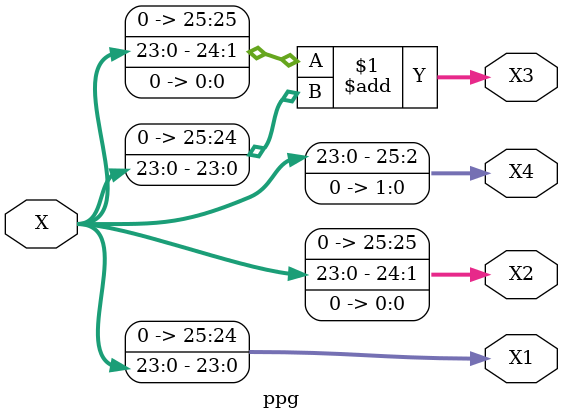
<source format=sv>

module ppg (
    input  [23:0] X,
    output [25:0] X1,
    output [25:0] X2,
    output [25:0] X3,
    output [25:0] X4);
    
    assign X1 = {2'b0, X};			//Extension of the unsigned input value
    assign X2 = {1'b0, X, 1'b0};	//Shift left by one position (muliplication by 2)
    assign X4 = {X, 2'b0};			//Shift left by two position (muliplication by 4)
    assign X3 =  X2 + X1;

endmodule

</source>
